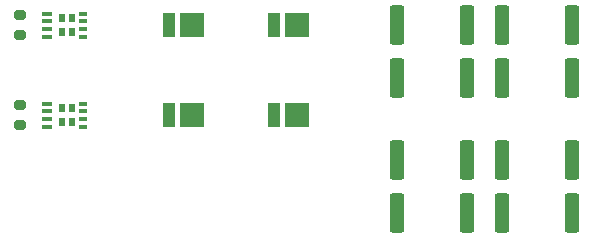
<source format=gtp>
%TF.GenerationSoftware,KiCad,Pcbnew,(6.0.5)*%
%TF.CreationDate,2022-06-15T13:59:35+01:00*%
%TF.ProjectId,tsal,7473616c-2e6b-4696-9361-645f70636258,rev?*%
%TF.SameCoordinates,Original*%
%TF.FileFunction,Paste,Top*%
%TF.FilePolarity,Positive*%
%FSLAX46Y46*%
G04 Gerber Fmt 4.6, Leading zero omitted, Abs format (unit mm)*
G04 Created by KiCad (PCBNEW (6.0.5)) date 2022-06-15 13:59:35*
%MOMM*%
%LPD*%
G01*
G04 APERTURE LIST*
G04 Aperture macros list*
%AMRoundRect*
0 Rectangle with rounded corners*
0 $1 Rounding radius*
0 $2 $3 $4 $5 $6 $7 $8 $9 X,Y pos of 4 corners*
0 Add a 4 corners polygon primitive as box body*
4,1,4,$2,$3,$4,$5,$6,$7,$8,$9,$2,$3,0*
0 Add four circle primitives for the rounded corners*
1,1,$1+$1,$2,$3*
1,1,$1+$1,$4,$5*
1,1,$1+$1,$6,$7*
1,1,$1+$1,$8,$9*
0 Add four rect primitives between the rounded corners*
20,1,$1+$1,$2,$3,$4,$5,0*
20,1,$1+$1,$4,$5,$6,$7,0*
20,1,$1+$1,$6,$7,$8,$9,0*
20,1,$1+$1,$8,$9,$2,$3,0*%
G04 Aperture macros list end*
%ADD10RoundRect,0.250000X0.362500X1.425000X-0.362500X1.425000X-0.362500X-1.425000X0.362500X-1.425000X0*%
%ADD11R,0.510000X0.635000*%
%ADD12R,0.830000X0.300000*%
%ADD13R,0.750000X0.300000*%
%ADD14RoundRect,0.200000X0.275000X-0.200000X0.275000X0.200000X-0.275000X0.200000X-0.275000X-0.200000X0*%
%ADD15R,1.000000X2.100000*%
%ADD16R,2.100000X2.100000*%
G04 APERTURE END LIST*
D10*
%TO.C,R20*%
X121707500Y-133350000D03*
X115782500Y-133350000D03*
%TD*%
D11*
%TO.C,Q1*%
X78525000Y-132724000D03*
X79385000Y-133976000D03*
X79385000Y-132724000D03*
D12*
X77205000Y-133025000D03*
D13*
X80315000Y-133025000D03*
X80315000Y-132375000D03*
D12*
X77205000Y-132375000D03*
D13*
X80315000Y-134325000D03*
X80315000Y-133675000D03*
D12*
X77205000Y-134325000D03*
X77205000Y-133675000D03*
D11*
X78525000Y-133976000D03*
%TD*%
D14*
%TO.C,R5*%
X74930000Y-141795000D03*
X74930000Y-140145000D03*
%TD*%
D10*
%TO.C,R2*%
X112817500Y-137795000D03*
X106892500Y-137795000D03*
%TD*%
D15*
%TO.C,D9*%
X87565000Y-140970000D03*
D16*
X89515000Y-140970000D03*
%TD*%
D10*
%TO.C,R3*%
X121707500Y-149225000D03*
X115782500Y-149225000D03*
%TD*%
D15*
%TO.C,D3*%
X96455000Y-140970000D03*
D16*
X98405000Y-140970000D03*
%TD*%
D10*
%TO.C,R22*%
X121707500Y-144780000D03*
X115782500Y-144780000D03*
%TD*%
%TO.C,R4*%
X112817500Y-149225000D03*
X106892500Y-149225000D03*
%TD*%
%TO.C,R23*%
X112817500Y-144780000D03*
X106892500Y-144780000D03*
%TD*%
%TO.C,R21*%
X112817500Y-133350000D03*
X106892500Y-133350000D03*
%TD*%
D14*
%TO.C,R6*%
X74930000Y-134175000D03*
X74930000Y-132525000D03*
%TD*%
D10*
%TO.C,R1*%
X121707500Y-137795000D03*
X115782500Y-137795000D03*
%TD*%
D13*
%TO.C,Q2*%
X80315000Y-140645000D03*
X80315000Y-141295000D03*
X80315000Y-139995000D03*
D12*
X77205000Y-141945000D03*
X77205000Y-141295000D03*
D13*
X80315000Y-141945000D03*
D11*
X78525000Y-140344000D03*
X78525000Y-141596000D03*
X79385000Y-140344000D03*
D12*
X77205000Y-140645000D03*
D11*
X79385000Y-141596000D03*
D12*
X77205000Y-139995000D03*
%TD*%
D15*
%TO.C,D2*%
X87565000Y-133350000D03*
D16*
X89515000Y-133350000D03*
%TD*%
D15*
%TO.C,D6*%
X96455000Y-133350000D03*
D16*
X98405000Y-133350000D03*
%TD*%
M02*

</source>
